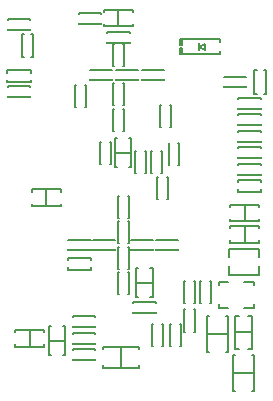
<source format=gbo>
G04*
G04 #@! TF.GenerationSoftware,Altium Limited,Altium Designer,20.2.6 (244)*
G04*
G04 Layer_Color=32896*
%FSLAX25Y25*%
%MOIN*%
G70*
G04*
G04 #@! TF.SameCoordinates,98B12EC8-E559-45FE-9E7D-FCD1A3165D23*
G04*
G04*
G04 #@! TF.FilePolarity,Positive*
G04*
G01*
G75*
%ADD10C,0.00394*%
%ADD12C,0.00787*%
%ADD13C,0.00591*%
%ADD87R,0.00787X0.01862*%
%ADD88R,0.00701X0.02000*%
D10*
X80512Y45276D02*
G03*
X80512Y45276I-197J0D01*
G01*
D12*
X79134Y46063D02*
X82284D01*
X79134D02*
Y47244D01*
Y54724D02*
X82284D01*
X79134Y53543D02*
Y54724D01*
X87402Y46063D02*
X90945D01*
Y47244D01*
Y53543D02*
Y54724D01*
X87402D02*
X90945D01*
X92402Y57087D02*
Y59917D01*
X82402Y57087D02*
X92402D01*
X82402D02*
Y59917D01*
Y62917D02*
Y65748D01*
X92402D01*
Y62917D02*
Y65748D01*
X74410Y132677D02*
Y134055D01*
X72441Y133071D02*
X74410Y134055D01*
X72441Y133071D02*
X74410Y132087D01*
Y132677D01*
X72441Y131890D02*
Y134252D01*
D13*
X50631Y47563D02*
Y47863D01*
X58031D01*
Y47563D02*
Y47863D01*
Y44263D02*
Y44563D01*
X50631Y44263D02*
X58031D01*
X50631D02*
Y44563D01*
X16847Y85477D02*
X26460D01*
X16847Y84677D02*
Y85477D01*
X26460Y84677D02*
Y85477D01*
X21654Y79921D02*
Y85433D01*
X16847Y79921D02*
Y80677D01*
Y79921D02*
X26460D01*
Y80677D01*
X61736Y82127D02*
X62036D01*
Y89527D01*
X61736D02*
X62036D01*
X58436D02*
X58736D01*
X58436Y82127D02*
Y89527D01*
Y82127D02*
X58736D01*
X27197Y39846D02*
X27953D01*
Y30233D02*
Y39846D01*
X27197Y30233D02*
X27953D01*
X22441Y35039D02*
X27953D01*
X22397Y39846D02*
X23197D01*
X22397Y30233D02*
X23197D01*
X22397D02*
Y39846D01*
X11335Y38627D02*
X20948D01*
X11335Y37827D02*
Y38627D01*
X20948Y37827D02*
Y38627D01*
X16142Y33071D02*
Y38583D01*
X11335Y33071D02*
Y33827D01*
Y33071D02*
X20948D01*
Y33827D01*
X37952Y28515D02*
Y28815D01*
X30552Y28515D02*
X37952D01*
X30552D02*
Y28815D01*
Y31815D02*
Y32115D01*
X37952D01*
Y31815D02*
Y32115D01*
X37952Y37327D02*
Y37627D01*
X30552D02*
X37952D01*
X30552Y37327D02*
Y37627D01*
Y34027D02*
Y34327D01*
Y34027D02*
X37952D01*
Y34327D01*
X30552Y39539D02*
Y39839D01*
Y39539D02*
X37952D01*
Y39839D01*
Y42839D02*
Y43139D01*
X30552D02*
X37952D01*
X30552Y42839D02*
Y43139D01*
X13386Y129528D02*
X14173D01*
X13386D02*
Y137402D01*
X14173D01*
X16535D02*
X17323D01*
Y129528D02*
Y137402D01*
X16535Y129528D02*
X17323D01*
X79528Y130571D02*
Y131571D01*
X66728Y130571D02*
X79528D01*
X66929D02*
Y132571D01*
X66228D02*
X66929D01*
X66228Y130571D02*
Y132571D01*
Y130571D02*
X66929D01*
X66228Y135571D02*
X66929D01*
X66228Y133571D02*
Y135571D01*
Y133571D02*
X66929D01*
Y135571D01*
X66728D02*
X79528D01*
Y134571D02*
Y135571D01*
X62767Y33308D02*
X63067D01*
X62767D02*
Y40708D01*
X63067D01*
X66067D02*
X66367D01*
Y33308D02*
Y40708D01*
X66067Y33308D02*
X66367D01*
X56861D02*
X57161D01*
X56861D02*
Y40708D01*
X57161D01*
X60161D02*
X60461D01*
Y33308D02*
Y40708D01*
X60161Y33308D02*
X60461D01*
X85670Y115673D02*
Y115973D01*
X93070D01*
Y115673D02*
Y115973D01*
Y112373D02*
Y112673D01*
X85670Y112373D02*
X93070D01*
X85670D02*
Y112673D01*
Y110161D02*
Y110461D01*
X93070D01*
Y110161D02*
Y110461D01*
Y106861D02*
Y107161D01*
X85670Y106861D02*
X93070D01*
X85670D02*
Y107161D01*
Y99138D02*
Y99438D01*
X93070D01*
Y99138D02*
Y99438D01*
Y95838D02*
Y96138D01*
X85670Y95838D02*
X93070D01*
X85670D02*
Y96138D01*
Y104650D02*
Y104950D01*
X93070D01*
Y104650D02*
Y104950D01*
Y101350D02*
Y101650D01*
X85670Y101350D02*
X93070D01*
X85670D02*
Y101650D01*
X85433Y87795D02*
Y88583D01*
X93307D01*
Y87795D02*
Y88583D01*
Y84646D02*
Y85433D01*
X85433Y84646D02*
X93307D01*
X85433D02*
Y85433D01*
X85670Y90326D02*
Y90626D01*
Y90326D02*
X93070D01*
Y90626D01*
Y93626D02*
Y93926D01*
X85670D02*
X93070D01*
X85670Y93626D02*
Y93926D01*
X8898Y116310D02*
Y116610D01*
Y116310D02*
X16298D01*
Y116610D01*
Y119610D02*
Y119910D01*
X8898D02*
X16298D01*
X8898Y119610D02*
Y119910D01*
Y138751D02*
Y139051D01*
Y138751D02*
X16298D01*
Y139051D01*
Y142051D02*
Y142351D01*
X8898D02*
X16298D01*
X8898Y142051D02*
Y142351D01*
X28740Y58661D02*
Y59449D01*
Y58661D02*
X36614D01*
Y59449D01*
Y61811D02*
Y62598D01*
X28740D02*
X36614D01*
X28740Y61811D02*
Y62598D01*
X28977Y68429D02*
Y68729D01*
X36377D01*
Y68429D02*
Y68729D01*
Y65129D02*
Y65429D01*
X28977Y65129D02*
X36377D01*
X28977D02*
Y65429D01*
X44645Y65129D02*
Y65429D01*
X37245Y65129D02*
X44645D01*
X37245D02*
Y65429D01*
Y68429D02*
Y68729D01*
X44645D01*
Y68429D02*
Y68729D01*
X39920Y144020D02*
Y144320D01*
X32520D02*
X39920D01*
X32520Y144020D02*
Y144320D01*
Y140720D02*
Y141020D01*
Y140720D02*
X39920D01*
Y141020D01*
X43869Y104961D02*
X44169D01*
X43869D02*
Y112361D01*
X44169D01*
X47169D02*
X47469D01*
Y104961D02*
Y112361D01*
X47169Y104961D02*
X47469D01*
X47169Y121023D02*
X47469D01*
Y113623D02*
Y121023D01*
X47169Y113623D02*
X47469D01*
X43869D02*
X44169D01*
X43869D02*
Y121023D01*
X44169D01*
X43869Y126615D02*
X44169D01*
X43869D02*
Y134015D01*
X44169D01*
X47169D02*
X47469D01*
Y126615D02*
Y134015D01*
X47169Y126615D02*
X47469D01*
X41969Y137721D02*
Y138021D01*
X49369D01*
Y137721D02*
Y138021D01*
Y134421D02*
Y134721D01*
X41969Y134421D02*
X49369D01*
X41969D02*
Y134721D01*
X56331Y59137D02*
X57087D01*
Y49524D02*
Y59137D01*
X56331Y49524D02*
X57087D01*
X51575Y54331D02*
X57087D01*
X51531Y59137D02*
X52331D01*
X51531Y49524D02*
X52331D01*
X51531D02*
Y59137D01*
X49843Y68429D02*
Y68729D01*
X57243D01*
Y68429D02*
Y68729D01*
Y65129D02*
Y65429D01*
X49843Y65129D02*
X57243D01*
X49843D02*
Y65429D01*
X54650Y90788D02*
X54950D01*
Y98188D01*
X54650D02*
X54950D01*
X51350D02*
X51650D01*
X51350Y90788D02*
Y98188D01*
Y90788D02*
X51650D01*
X65511Y65129D02*
Y65429D01*
X58111Y65129D02*
X65511D01*
X58111D02*
Y65429D01*
Y68429D02*
Y68729D01*
X65511D01*
Y68429D02*
Y68729D01*
X59768Y98188D02*
X60068D01*
Y90788D02*
Y98188D01*
X59768Y90788D02*
X60068D01*
X56468D02*
X56768D01*
X56468D02*
Y98188D01*
X56768D01*
X59617Y106142D02*
X59917D01*
X59617D02*
Y113542D01*
X59917D01*
X62917D02*
X63217D01*
Y106142D02*
Y113542D01*
X62917Y106142D02*
X63217D01*
X67491Y38032D02*
X67791D01*
X67491D02*
Y45432D01*
X67791D01*
X70791D02*
X71091D01*
Y38032D02*
Y45432D01*
X70791Y38032D02*
X71091D01*
X70791Y47481D02*
X71091D01*
Y54881D01*
X70791D02*
X71091D01*
X67491D02*
X67791D01*
X67491Y47481D02*
Y54881D01*
Y47481D02*
X67791D01*
X73003D02*
X73303D01*
X73003D02*
Y54881D01*
X73303D01*
X76303D02*
X76603D01*
Y47481D02*
Y54881D01*
X76303Y47481D02*
X76603D01*
X80946Y119460D02*
Y119760D01*
Y119460D02*
X88346D01*
Y119760D01*
Y122760D02*
Y123060D01*
X80946D02*
X88346D01*
X80946Y122760D02*
Y123060D01*
X90945Y117323D02*
X91732D01*
X90945D02*
Y125197D01*
X91732D01*
X94095D02*
X94882D01*
Y117323D02*
Y125197D01*
X94095Y117323D02*
X94882D01*
X43464Y121822D02*
Y122122D01*
X36064Y121822D02*
X43464D01*
X36064D02*
Y122122D01*
Y125122D02*
Y125422D01*
X43464D01*
Y125122D02*
Y125422D01*
X40863Y145320D02*
X50476D01*
X40863Y144520D02*
Y145320D01*
X50476Y144520D02*
Y145320D01*
X45669Y139764D02*
Y145276D01*
X40863Y139764D02*
Y140520D01*
Y139764D02*
X50476D01*
Y140520D01*
X44725Y125122D02*
Y125422D01*
X52125D01*
Y125122D02*
Y125422D01*
Y121822D02*
Y122122D01*
X44725Y121822D02*
X52125D01*
X44725D02*
Y122122D01*
X53387Y125122D02*
Y125422D01*
X60787D01*
Y125122D02*
Y125422D01*
Y121822D02*
Y122122D01*
X53387Y121822D02*
X60787D01*
X53387D02*
Y122122D01*
X8661Y124409D02*
Y125197D01*
X16535D01*
Y124409D02*
Y125197D01*
Y121260D02*
Y122047D01*
X8661Y121260D02*
X16535D01*
X8661D02*
Y122047D01*
X45444Y50631D02*
X45744D01*
X45444D02*
Y58031D01*
X45744D01*
X48744D02*
X49044D01*
Y50631D02*
Y58031D01*
X48744Y50631D02*
X49044D01*
X48744Y66299D02*
X49044D01*
Y58899D02*
Y66299D01*
X48744Y58899D02*
X49044D01*
X45444D02*
X45744D01*
X45444D02*
Y66299D01*
X45744D01*
X48744Y74960D02*
X49044D01*
Y67560D02*
Y74960D01*
X48744Y67560D02*
X49044D01*
X45444D02*
X45744D01*
X45444D02*
Y74960D01*
X45744D01*
X48744Y83228D02*
X49044D01*
Y75828D02*
Y83228D01*
X48744Y75828D02*
X49044D01*
X45444D02*
X45744D01*
X45444D02*
Y83228D01*
X45744D01*
X39539Y101338D02*
X39839D01*
X39539Y93938D02*
Y101338D01*
Y93938D02*
X39839D01*
X42839D02*
X43139D01*
Y101338D01*
X42839D02*
X43139D01*
X44444Y92831D02*
Y102444D01*
Y92831D02*
X45244D01*
X44444Y102444D02*
X45244D01*
X44488Y97638D02*
X50000D01*
X49244Y92831D02*
X50000D01*
Y102444D01*
X49244D02*
X50000D01*
X34571Y120236D02*
X34871D01*
Y112836D02*
Y120236D01*
X34571Y112836D02*
X34871D01*
X31271D02*
X31571D01*
X31271D02*
Y120236D01*
X31571D01*
X75241Y37402D02*
X82241D01*
X75241Y43402D02*
X75985D01*
X75241Y31402D02*
Y43402D01*
Y31402D02*
X75985D01*
X81497Y43402D02*
X82241D01*
Y31402D02*
Y43402D01*
X81497Y31402D02*
X82241D01*
X82989Y79559D02*
Y80315D01*
X92602D01*
Y79559D02*
Y80315D01*
X87795Y74803D02*
Y80315D01*
X82989Y74759D02*
Y75559D01*
X92602Y74759D02*
Y75559D01*
X82989Y74759D02*
X92602D01*
X65673Y93544D02*
X65973D01*
Y100944D01*
X65673D02*
X65973D01*
X62373D02*
X62673D01*
X62373Y93544D02*
Y100944D01*
Y93544D02*
X62673D01*
X84646Y32283D02*
X85827D01*
X84646D02*
Y43307D01*
X85827D01*
X88976D02*
X90158D01*
Y32283D02*
Y43307D01*
X88976Y32283D02*
X90158D01*
X84646Y37795D02*
X90158D01*
X82989Y72472D02*
Y73228D01*
X92602D01*
Y72472D02*
Y73228D01*
X87795Y67716D02*
Y73228D01*
X82989Y67672D02*
Y68472D01*
X92602Y67672D02*
Y68472D01*
X82989Y67672D02*
X92602D01*
X46457Y26027D02*
Y33027D01*
X52457Y32283D02*
Y33027D01*
X40457D02*
X52457D01*
X40457Y32283D02*
Y33027D01*
X52457Y26027D02*
Y26771D01*
X40457Y26027D02*
X52457D01*
X40457D02*
Y26771D01*
X83902Y24410D02*
X90902D01*
X83902Y30410D02*
X84646D01*
X83902Y18410D02*
Y30410D01*
Y18410D02*
X84646D01*
X90158Y30410D02*
X90902D01*
Y18410D02*
Y30410D01*
X90158Y18410D02*
X90902D01*
D87*
X66536Y131640D02*
D03*
D88*
X66579Y134571D02*
D03*
M02*

</source>
